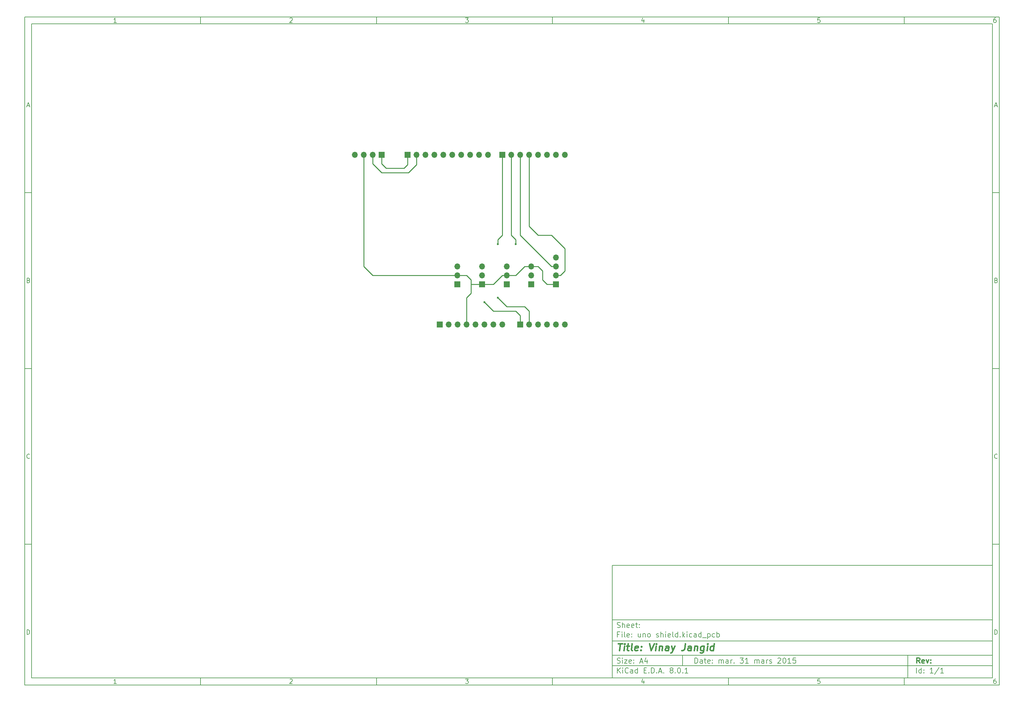
<source format=gbr>
%TF.GenerationSoftware,KiCad,Pcbnew,8.0.1*%
%TF.CreationDate,2024-04-16T15:40:23+05:30*%
%TF.ProjectId,uno shield,756e6f20-7368-4696-956c-642e6b696361,rev?*%
%TF.SameCoordinates,PX5f5e100PY5f5e100*%
%TF.FileFunction,Copper,L1,Top*%
%TF.FilePolarity,Positive*%
%FSLAX46Y46*%
G04 Gerber Fmt 4.6, Leading zero omitted, Abs format (unit mm)*
G04 Created by KiCad (PCBNEW 8.0.1) date 2024-04-16 15:40:23*
%MOMM*%
%LPD*%
G01*
G04 APERTURE LIST*
%ADD10C,0.100000*%
%ADD11C,0.150000*%
%ADD12C,0.300000*%
%ADD13C,0.400000*%
%TA.AperFunction,ComponentPad*%
%ADD14R,1.700000X1.700000*%
%TD*%
%TA.AperFunction,ComponentPad*%
%ADD15O,1.700000X1.700000*%
%TD*%
%TA.AperFunction,ViaPad*%
%ADD16C,0.600000*%
%TD*%
%TA.AperFunction,Conductor*%
%ADD17C,0.250000*%
%TD*%
G04 APERTURE END LIST*
D10*
D11*
X77002200Y-66007200D02*
X185002200Y-66007200D01*
X185002200Y-98007200D01*
X77002200Y-98007200D01*
X77002200Y-66007200D01*
D10*
D11*
X-90000000Y90000000D02*
X187002200Y90000000D01*
X187002200Y-100007200D01*
X-90000000Y-100007200D01*
X-90000000Y90000000D01*
D10*
D11*
X-88000000Y88000000D02*
X185002200Y88000000D01*
X185002200Y-98007200D01*
X-88000000Y-98007200D01*
X-88000000Y88000000D01*
D10*
D11*
X-40000000Y88000000D02*
X-40000000Y90000000D01*
D10*
D11*
X10000000Y88000000D02*
X10000000Y90000000D01*
D10*
D11*
X60000000Y88000000D02*
X60000000Y90000000D01*
D10*
D11*
X110000000Y88000000D02*
X110000000Y90000000D01*
D10*
D11*
X160000000Y88000000D02*
X160000000Y90000000D01*
D10*
D11*
X-63910840Y88406396D02*
X-64653697Y88406396D01*
X-64282269Y88406396D02*
X-64282269Y89706396D01*
X-64282269Y89706396D02*
X-64406078Y89520681D01*
X-64406078Y89520681D02*
X-64529888Y89396872D01*
X-64529888Y89396872D02*
X-64653697Y89334967D01*
D10*
D11*
X-14653697Y89582586D02*
X-14591793Y89644491D01*
X-14591793Y89644491D02*
X-14467983Y89706396D01*
X-14467983Y89706396D02*
X-14158459Y89706396D01*
X-14158459Y89706396D02*
X-14034650Y89644491D01*
X-14034650Y89644491D02*
X-13972745Y89582586D01*
X-13972745Y89582586D02*
X-13910840Y89458777D01*
X-13910840Y89458777D02*
X-13910840Y89334967D01*
X-13910840Y89334967D02*
X-13972745Y89149253D01*
X-13972745Y89149253D02*
X-14715602Y88406396D01*
X-14715602Y88406396D02*
X-13910840Y88406396D01*
D10*
D11*
X35284398Y89706396D02*
X36089160Y89706396D01*
X36089160Y89706396D02*
X35655826Y89211158D01*
X35655826Y89211158D02*
X35841541Y89211158D01*
X35841541Y89211158D02*
X35965350Y89149253D01*
X35965350Y89149253D02*
X36027255Y89087348D01*
X36027255Y89087348D02*
X36089160Y88963539D01*
X36089160Y88963539D02*
X36089160Y88654015D01*
X36089160Y88654015D02*
X36027255Y88530205D01*
X36027255Y88530205D02*
X35965350Y88468300D01*
X35965350Y88468300D02*
X35841541Y88406396D01*
X35841541Y88406396D02*
X35470112Y88406396D01*
X35470112Y88406396D02*
X35346303Y88468300D01*
X35346303Y88468300D02*
X35284398Y88530205D01*
D10*
D11*
X85965350Y89273062D02*
X85965350Y88406396D01*
X85655826Y89768300D02*
X85346303Y88839729D01*
X85346303Y88839729D02*
X86151064Y88839729D01*
D10*
D11*
X136027255Y89706396D02*
X135408207Y89706396D01*
X135408207Y89706396D02*
X135346303Y89087348D01*
X135346303Y89087348D02*
X135408207Y89149253D01*
X135408207Y89149253D02*
X135532017Y89211158D01*
X135532017Y89211158D02*
X135841541Y89211158D01*
X135841541Y89211158D02*
X135965350Y89149253D01*
X135965350Y89149253D02*
X136027255Y89087348D01*
X136027255Y89087348D02*
X136089160Y88963539D01*
X136089160Y88963539D02*
X136089160Y88654015D01*
X136089160Y88654015D02*
X136027255Y88530205D01*
X136027255Y88530205D02*
X135965350Y88468300D01*
X135965350Y88468300D02*
X135841541Y88406396D01*
X135841541Y88406396D02*
X135532017Y88406396D01*
X135532017Y88406396D02*
X135408207Y88468300D01*
X135408207Y88468300D02*
X135346303Y88530205D01*
D10*
D11*
X185965350Y89706396D02*
X185717731Y89706396D01*
X185717731Y89706396D02*
X185593922Y89644491D01*
X185593922Y89644491D02*
X185532017Y89582586D01*
X185532017Y89582586D02*
X185408207Y89396872D01*
X185408207Y89396872D02*
X185346303Y89149253D01*
X185346303Y89149253D02*
X185346303Y88654015D01*
X185346303Y88654015D02*
X185408207Y88530205D01*
X185408207Y88530205D02*
X185470112Y88468300D01*
X185470112Y88468300D02*
X185593922Y88406396D01*
X185593922Y88406396D02*
X185841541Y88406396D01*
X185841541Y88406396D02*
X185965350Y88468300D01*
X185965350Y88468300D02*
X186027255Y88530205D01*
X186027255Y88530205D02*
X186089160Y88654015D01*
X186089160Y88654015D02*
X186089160Y88963539D01*
X186089160Y88963539D02*
X186027255Y89087348D01*
X186027255Y89087348D02*
X185965350Y89149253D01*
X185965350Y89149253D02*
X185841541Y89211158D01*
X185841541Y89211158D02*
X185593922Y89211158D01*
X185593922Y89211158D02*
X185470112Y89149253D01*
X185470112Y89149253D02*
X185408207Y89087348D01*
X185408207Y89087348D02*
X185346303Y88963539D01*
D10*
D11*
X-40000000Y-98007200D02*
X-40000000Y-100007200D01*
D10*
D11*
X10000000Y-98007200D02*
X10000000Y-100007200D01*
D10*
D11*
X60000000Y-98007200D02*
X60000000Y-100007200D01*
D10*
D11*
X110000000Y-98007200D02*
X110000000Y-100007200D01*
D10*
D11*
X160000000Y-98007200D02*
X160000000Y-100007200D01*
D10*
D11*
X-63910840Y-99600804D02*
X-64653697Y-99600804D01*
X-64282269Y-99600804D02*
X-64282269Y-98300804D01*
X-64282269Y-98300804D02*
X-64406078Y-98486519D01*
X-64406078Y-98486519D02*
X-64529888Y-98610328D01*
X-64529888Y-98610328D02*
X-64653697Y-98672233D01*
D10*
D11*
X-14653697Y-98424614D02*
X-14591793Y-98362709D01*
X-14591793Y-98362709D02*
X-14467983Y-98300804D01*
X-14467983Y-98300804D02*
X-14158459Y-98300804D01*
X-14158459Y-98300804D02*
X-14034650Y-98362709D01*
X-14034650Y-98362709D02*
X-13972745Y-98424614D01*
X-13972745Y-98424614D02*
X-13910840Y-98548423D01*
X-13910840Y-98548423D02*
X-13910840Y-98672233D01*
X-13910840Y-98672233D02*
X-13972745Y-98857947D01*
X-13972745Y-98857947D02*
X-14715602Y-99600804D01*
X-14715602Y-99600804D02*
X-13910840Y-99600804D01*
D10*
D11*
X35284398Y-98300804D02*
X36089160Y-98300804D01*
X36089160Y-98300804D02*
X35655826Y-98796042D01*
X35655826Y-98796042D02*
X35841541Y-98796042D01*
X35841541Y-98796042D02*
X35965350Y-98857947D01*
X35965350Y-98857947D02*
X36027255Y-98919852D01*
X36027255Y-98919852D02*
X36089160Y-99043661D01*
X36089160Y-99043661D02*
X36089160Y-99353185D01*
X36089160Y-99353185D02*
X36027255Y-99476995D01*
X36027255Y-99476995D02*
X35965350Y-99538900D01*
X35965350Y-99538900D02*
X35841541Y-99600804D01*
X35841541Y-99600804D02*
X35470112Y-99600804D01*
X35470112Y-99600804D02*
X35346303Y-99538900D01*
X35346303Y-99538900D02*
X35284398Y-99476995D01*
D10*
D11*
X85965350Y-98734138D02*
X85965350Y-99600804D01*
X85655826Y-98238900D02*
X85346303Y-99167471D01*
X85346303Y-99167471D02*
X86151064Y-99167471D01*
D10*
D11*
X136027255Y-98300804D02*
X135408207Y-98300804D01*
X135408207Y-98300804D02*
X135346303Y-98919852D01*
X135346303Y-98919852D02*
X135408207Y-98857947D01*
X135408207Y-98857947D02*
X135532017Y-98796042D01*
X135532017Y-98796042D02*
X135841541Y-98796042D01*
X135841541Y-98796042D02*
X135965350Y-98857947D01*
X135965350Y-98857947D02*
X136027255Y-98919852D01*
X136027255Y-98919852D02*
X136089160Y-99043661D01*
X136089160Y-99043661D02*
X136089160Y-99353185D01*
X136089160Y-99353185D02*
X136027255Y-99476995D01*
X136027255Y-99476995D02*
X135965350Y-99538900D01*
X135965350Y-99538900D02*
X135841541Y-99600804D01*
X135841541Y-99600804D02*
X135532017Y-99600804D01*
X135532017Y-99600804D02*
X135408207Y-99538900D01*
X135408207Y-99538900D02*
X135346303Y-99476995D01*
D10*
D11*
X185965350Y-98300804D02*
X185717731Y-98300804D01*
X185717731Y-98300804D02*
X185593922Y-98362709D01*
X185593922Y-98362709D02*
X185532017Y-98424614D01*
X185532017Y-98424614D02*
X185408207Y-98610328D01*
X185408207Y-98610328D02*
X185346303Y-98857947D01*
X185346303Y-98857947D02*
X185346303Y-99353185D01*
X185346303Y-99353185D02*
X185408207Y-99476995D01*
X185408207Y-99476995D02*
X185470112Y-99538900D01*
X185470112Y-99538900D02*
X185593922Y-99600804D01*
X185593922Y-99600804D02*
X185841541Y-99600804D01*
X185841541Y-99600804D02*
X185965350Y-99538900D01*
X185965350Y-99538900D02*
X186027255Y-99476995D01*
X186027255Y-99476995D02*
X186089160Y-99353185D01*
X186089160Y-99353185D02*
X186089160Y-99043661D01*
X186089160Y-99043661D02*
X186027255Y-98919852D01*
X186027255Y-98919852D02*
X185965350Y-98857947D01*
X185965350Y-98857947D02*
X185841541Y-98796042D01*
X185841541Y-98796042D02*
X185593922Y-98796042D01*
X185593922Y-98796042D02*
X185470112Y-98857947D01*
X185470112Y-98857947D02*
X185408207Y-98919852D01*
X185408207Y-98919852D02*
X185346303Y-99043661D01*
D10*
D11*
X-90000000Y40000000D02*
X-88000000Y40000000D01*
D10*
D11*
X-90000000Y-10000000D02*
X-88000000Y-10000000D01*
D10*
D11*
X-90000000Y-60000000D02*
X-88000000Y-60000000D01*
D10*
D11*
X-89309524Y64777824D02*
X-88690477Y64777824D01*
X-89433334Y64406396D02*
X-89000001Y65706396D01*
X-89000001Y65706396D02*
X-88566667Y64406396D01*
D10*
D11*
X-88907143Y15087348D02*
X-88721429Y15025443D01*
X-88721429Y15025443D02*
X-88659524Y14963539D01*
X-88659524Y14963539D02*
X-88597620Y14839729D01*
X-88597620Y14839729D02*
X-88597620Y14654015D01*
X-88597620Y14654015D02*
X-88659524Y14530205D01*
X-88659524Y14530205D02*
X-88721429Y14468300D01*
X-88721429Y14468300D02*
X-88845239Y14406396D01*
X-88845239Y14406396D02*
X-89340477Y14406396D01*
X-89340477Y14406396D02*
X-89340477Y15706396D01*
X-89340477Y15706396D02*
X-88907143Y15706396D01*
X-88907143Y15706396D02*
X-88783334Y15644491D01*
X-88783334Y15644491D02*
X-88721429Y15582586D01*
X-88721429Y15582586D02*
X-88659524Y15458777D01*
X-88659524Y15458777D02*
X-88659524Y15334967D01*
X-88659524Y15334967D02*
X-88721429Y15211158D01*
X-88721429Y15211158D02*
X-88783334Y15149253D01*
X-88783334Y15149253D02*
X-88907143Y15087348D01*
X-88907143Y15087348D02*
X-89340477Y15087348D01*
D10*
D11*
X-88597620Y-35469795D02*
X-88659524Y-35531700D01*
X-88659524Y-35531700D02*
X-88845239Y-35593604D01*
X-88845239Y-35593604D02*
X-88969048Y-35593604D01*
X-88969048Y-35593604D02*
X-89154762Y-35531700D01*
X-89154762Y-35531700D02*
X-89278572Y-35407890D01*
X-89278572Y-35407890D02*
X-89340477Y-35284080D01*
X-89340477Y-35284080D02*
X-89402381Y-35036461D01*
X-89402381Y-35036461D02*
X-89402381Y-34850747D01*
X-89402381Y-34850747D02*
X-89340477Y-34603128D01*
X-89340477Y-34603128D02*
X-89278572Y-34479319D01*
X-89278572Y-34479319D02*
X-89154762Y-34355509D01*
X-89154762Y-34355509D02*
X-88969048Y-34293604D01*
X-88969048Y-34293604D02*
X-88845239Y-34293604D01*
X-88845239Y-34293604D02*
X-88659524Y-34355509D01*
X-88659524Y-34355509D02*
X-88597620Y-34417414D01*
D10*
D11*
X-89340477Y-85593604D02*
X-89340477Y-84293604D01*
X-89340477Y-84293604D02*
X-89030953Y-84293604D01*
X-89030953Y-84293604D02*
X-88845239Y-84355509D01*
X-88845239Y-84355509D02*
X-88721429Y-84479319D01*
X-88721429Y-84479319D02*
X-88659524Y-84603128D01*
X-88659524Y-84603128D02*
X-88597620Y-84850747D01*
X-88597620Y-84850747D02*
X-88597620Y-85036461D01*
X-88597620Y-85036461D02*
X-88659524Y-85284080D01*
X-88659524Y-85284080D02*
X-88721429Y-85407890D01*
X-88721429Y-85407890D02*
X-88845239Y-85531700D01*
X-88845239Y-85531700D02*
X-89030953Y-85593604D01*
X-89030953Y-85593604D02*
X-89340477Y-85593604D01*
D10*
D11*
X187002200Y40000000D02*
X185002200Y40000000D01*
D10*
D11*
X187002200Y-10000000D02*
X185002200Y-10000000D01*
D10*
D11*
X187002200Y-60000000D02*
X185002200Y-60000000D01*
D10*
D11*
X185692676Y64777824D02*
X186311723Y64777824D01*
X185568866Y64406396D02*
X186002199Y65706396D01*
X186002199Y65706396D02*
X186435533Y64406396D01*
D10*
D11*
X186095057Y15087348D02*
X186280771Y15025443D01*
X186280771Y15025443D02*
X186342676Y14963539D01*
X186342676Y14963539D02*
X186404580Y14839729D01*
X186404580Y14839729D02*
X186404580Y14654015D01*
X186404580Y14654015D02*
X186342676Y14530205D01*
X186342676Y14530205D02*
X186280771Y14468300D01*
X186280771Y14468300D02*
X186156961Y14406396D01*
X186156961Y14406396D02*
X185661723Y14406396D01*
X185661723Y14406396D02*
X185661723Y15706396D01*
X185661723Y15706396D02*
X186095057Y15706396D01*
X186095057Y15706396D02*
X186218866Y15644491D01*
X186218866Y15644491D02*
X186280771Y15582586D01*
X186280771Y15582586D02*
X186342676Y15458777D01*
X186342676Y15458777D02*
X186342676Y15334967D01*
X186342676Y15334967D02*
X186280771Y15211158D01*
X186280771Y15211158D02*
X186218866Y15149253D01*
X186218866Y15149253D02*
X186095057Y15087348D01*
X186095057Y15087348D02*
X185661723Y15087348D01*
D10*
D11*
X186404580Y-35469795D02*
X186342676Y-35531700D01*
X186342676Y-35531700D02*
X186156961Y-35593604D01*
X186156961Y-35593604D02*
X186033152Y-35593604D01*
X186033152Y-35593604D02*
X185847438Y-35531700D01*
X185847438Y-35531700D02*
X185723628Y-35407890D01*
X185723628Y-35407890D02*
X185661723Y-35284080D01*
X185661723Y-35284080D02*
X185599819Y-35036461D01*
X185599819Y-35036461D02*
X185599819Y-34850747D01*
X185599819Y-34850747D02*
X185661723Y-34603128D01*
X185661723Y-34603128D02*
X185723628Y-34479319D01*
X185723628Y-34479319D02*
X185847438Y-34355509D01*
X185847438Y-34355509D02*
X186033152Y-34293604D01*
X186033152Y-34293604D02*
X186156961Y-34293604D01*
X186156961Y-34293604D02*
X186342676Y-34355509D01*
X186342676Y-34355509D02*
X186404580Y-34417414D01*
D10*
D11*
X185661723Y-85593604D02*
X185661723Y-84293604D01*
X185661723Y-84293604D02*
X185971247Y-84293604D01*
X185971247Y-84293604D02*
X186156961Y-84355509D01*
X186156961Y-84355509D02*
X186280771Y-84479319D01*
X186280771Y-84479319D02*
X186342676Y-84603128D01*
X186342676Y-84603128D02*
X186404580Y-84850747D01*
X186404580Y-84850747D02*
X186404580Y-85036461D01*
X186404580Y-85036461D02*
X186342676Y-85284080D01*
X186342676Y-85284080D02*
X186280771Y-85407890D01*
X186280771Y-85407890D02*
X186156961Y-85531700D01*
X186156961Y-85531700D02*
X185971247Y-85593604D01*
X185971247Y-85593604D02*
X185661723Y-85593604D01*
D10*
D11*
X100458026Y-93793328D02*
X100458026Y-92293328D01*
X100458026Y-92293328D02*
X100815169Y-92293328D01*
X100815169Y-92293328D02*
X101029455Y-92364757D01*
X101029455Y-92364757D02*
X101172312Y-92507614D01*
X101172312Y-92507614D02*
X101243741Y-92650471D01*
X101243741Y-92650471D02*
X101315169Y-92936185D01*
X101315169Y-92936185D02*
X101315169Y-93150471D01*
X101315169Y-93150471D02*
X101243741Y-93436185D01*
X101243741Y-93436185D02*
X101172312Y-93579042D01*
X101172312Y-93579042D02*
X101029455Y-93721900D01*
X101029455Y-93721900D02*
X100815169Y-93793328D01*
X100815169Y-93793328D02*
X100458026Y-93793328D01*
X102600884Y-93793328D02*
X102600884Y-93007614D01*
X102600884Y-93007614D02*
X102529455Y-92864757D01*
X102529455Y-92864757D02*
X102386598Y-92793328D01*
X102386598Y-92793328D02*
X102100884Y-92793328D01*
X102100884Y-92793328D02*
X101958026Y-92864757D01*
X102600884Y-93721900D02*
X102458026Y-93793328D01*
X102458026Y-93793328D02*
X102100884Y-93793328D01*
X102100884Y-93793328D02*
X101958026Y-93721900D01*
X101958026Y-93721900D02*
X101886598Y-93579042D01*
X101886598Y-93579042D02*
X101886598Y-93436185D01*
X101886598Y-93436185D02*
X101958026Y-93293328D01*
X101958026Y-93293328D02*
X102100884Y-93221900D01*
X102100884Y-93221900D02*
X102458026Y-93221900D01*
X102458026Y-93221900D02*
X102600884Y-93150471D01*
X103100884Y-92793328D02*
X103672312Y-92793328D01*
X103315169Y-92293328D02*
X103315169Y-93579042D01*
X103315169Y-93579042D02*
X103386598Y-93721900D01*
X103386598Y-93721900D02*
X103529455Y-93793328D01*
X103529455Y-93793328D02*
X103672312Y-93793328D01*
X104743741Y-93721900D02*
X104600884Y-93793328D01*
X104600884Y-93793328D02*
X104315170Y-93793328D01*
X104315170Y-93793328D02*
X104172312Y-93721900D01*
X104172312Y-93721900D02*
X104100884Y-93579042D01*
X104100884Y-93579042D02*
X104100884Y-93007614D01*
X104100884Y-93007614D02*
X104172312Y-92864757D01*
X104172312Y-92864757D02*
X104315170Y-92793328D01*
X104315170Y-92793328D02*
X104600884Y-92793328D01*
X104600884Y-92793328D02*
X104743741Y-92864757D01*
X104743741Y-92864757D02*
X104815170Y-93007614D01*
X104815170Y-93007614D02*
X104815170Y-93150471D01*
X104815170Y-93150471D02*
X104100884Y-93293328D01*
X105458026Y-93650471D02*
X105529455Y-93721900D01*
X105529455Y-93721900D02*
X105458026Y-93793328D01*
X105458026Y-93793328D02*
X105386598Y-93721900D01*
X105386598Y-93721900D02*
X105458026Y-93650471D01*
X105458026Y-93650471D02*
X105458026Y-93793328D01*
X105458026Y-92864757D02*
X105529455Y-92936185D01*
X105529455Y-92936185D02*
X105458026Y-93007614D01*
X105458026Y-93007614D02*
X105386598Y-92936185D01*
X105386598Y-92936185D02*
X105458026Y-92864757D01*
X105458026Y-92864757D02*
X105458026Y-93007614D01*
X107315169Y-93793328D02*
X107315169Y-92793328D01*
X107315169Y-92936185D02*
X107386598Y-92864757D01*
X107386598Y-92864757D02*
X107529455Y-92793328D01*
X107529455Y-92793328D02*
X107743741Y-92793328D01*
X107743741Y-92793328D02*
X107886598Y-92864757D01*
X107886598Y-92864757D02*
X107958027Y-93007614D01*
X107958027Y-93007614D02*
X107958027Y-93793328D01*
X107958027Y-93007614D02*
X108029455Y-92864757D01*
X108029455Y-92864757D02*
X108172312Y-92793328D01*
X108172312Y-92793328D02*
X108386598Y-92793328D01*
X108386598Y-92793328D02*
X108529455Y-92864757D01*
X108529455Y-92864757D02*
X108600884Y-93007614D01*
X108600884Y-93007614D02*
X108600884Y-93793328D01*
X109958027Y-93793328D02*
X109958027Y-93007614D01*
X109958027Y-93007614D02*
X109886598Y-92864757D01*
X109886598Y-92864757D02*
X109743741Y-92793328D01*
X109743741Y-92793328D02*
X109458027Y-92793328D01*
X109458027Y-92793328D02*
X109315169Y-92864757D01*
X109958027Y-93721900D02*
X109815169Y-93793328D01*
X109815169Y-93793328D02*
X109458027Y-93793328D01*
X109458027Y-93793328D02*
X109315169Y-93721900D01*
X109315169Y-93721900D02*
X109243741Y-93579042D01*
X109243741Y-93579042D02*
X109243741Y-93436185D01*
X109243741Y-93436185D02*
X109315169Y-93293328D01*
X109315169Y-93293328D02*
X109458027Y-93221900D01*
X109458027Y-93221900D02*
X109815169Y-93221900D01*
X109815169Y-93221900D02*
X109958027Y-93150471D01*
X110672312Y-93793328D02*
X110672312Y-92793328D01*
X110672312Y-93079042D02*
X110743741Y-92936185D01*
X110743741Y-92936185D02*
X110815170Y-92864757D01*
X110815170Y-92864757D02*
X110958027Y-92793328D01*
X110958027Y-92793328D02*
X111100884Y-92793328D01*
X111600883Y-93650471D02*
X111672312Y-93721900D01*
X111672312Y-93721900D02*
X111600883Y-93793328D01*
X111600883Y-93793328D02*
X111529455Y-93721900D01*
X111529455Y-93721900D02*
X111600883Y-93650471D01*
X111600883Y-93650471D02*
X111600883Y-93793328D01*
X113315169Y-92293328D02*
X114243741Y-92293328D01*
X114243741Y-92293328D02*
X113743741Y-92864757D01*
X113743741Y-92864757D02*
X113958026Y-92864757D01*
X113958026Y-92864757D02*
X114100884Y-92936185D01*
X114100884Y-92936185D02*
X114172312Y-93007614D01*
X114172312Y-93007614D02*
X114243741Y-93150471D01*
X114243741Y-93150471D02*
X114243741Y-93507614D01*
X114243741Y-93507614D02*
X114172312Y-93650471D01*
X114172312Y-93650471D02*
X114100884Y-93721900D01*
X114100884Y-93721900D02*
X113958026Y-93793328D01*
X113958026Y-93793328D02*
X113529455Y-93793328D01*
X113529455Y-93793328D02*
X113386598Y-93721900D01*
X113386598Y-93721900D02*
X113315169Y-93650471D01*
X115672312Y-93793328D02*
X114815169Y-93793328D01*
X115243740Y-93793328D02*
X115243740Y-92293328D01*
X115243740Y-92293328D02*
X115100883Y-92507614D01*
X115100883Y-92507614D02*
X114958026Y-92650471D01*
X114958026Y-92650471D02*
X114815169Y-92721900D01*
X117458025Y-93793328D02*
X117458025Y-92793328D01*
X117458025Y-92936185D02*
X117529454Y-92864757D01*
X117529454Y-92864757D02*
X117672311Y-92793328D01*
X117672311Y-92793328D02*
X117886597Y-92793328D01*
X117886597Y-92793328D02*
X118029454Y-92864757D01*
X118029454Y-92864757D02*
X118100883Y-93007614D01*
X118100883Y-93007614D02*
X118100883Y-93793328D01*
X118100883Y-93007614D02*
X118172311Y-92864757D01*
X118172311Y-92864757D02*
X118315168Y-92793328D01*
X118315168Y-92793328D02*
X118529454Y-92793328D01*
X118529454Y-92793328D02*
X118672311Y-92864757D01*
X118672311Y-92864757D02*
X118743740Y-93007614D01*
X118743740Y-93007614D02*
X118743740Y-93793328D01*
X120100883Y-93793328D02*
X120100883Y-93007614D01*
X120100883Y-93007614D02*
X120029454Y-92864757D01*
X120029454Y-92864757D02*
X119886597Y-92793328D01*
X119886597Y-92793328D02*
X119600883Y-92793328D01*
X119600883Y-92793328D02*
X119458025Y-92864757D01*
X120100883Y-93721900D02*
X119958025Y-93793328D01*
X119958025Y-93793328D02*
X119600883Y-93793328D01*
X119600883Y-93793328D02*
X119458025Y-93721900D01*
X119458025Y-93721900D02*
X119386597Y-93579042D01*
X119386597Y-93579042D02*
X119386597Y-93436185D01*
X119386597Y-93436185D02*
X119458025Y-93293328D01*
X119458025Y-93293328D02*
X119600883Y-93221900D01*
X119600883Y-93221900D02*
X119958025Y-93221900D01*
X119958025Y-93221900D02*
X120100883Y-93150471D01*
X120815168Y-93793328D02*
X120815168Y-92793328D01*
X120815168Y-93079042D02*
X120886597Y-92936185D01*
X120886597Y-92936185D02*
X120958026Y-92864757D01*
X120958026Y-92864757D02*
X121100883Y-92793328D01*
X121100883Y-92793328D02*
X121243740Y-92793328D01*
X121672311Y-93721900D02*
X121815168Y-93793328D01*
X121815168Y-93793328D02*
X122100882Y-93793328D01*
X122100882Y-93793328D02*
X122243739Y-93721900D01*
X122243739Y-93721900D02*
X122315168Y-93579042D01*
X122315168Y-93579042D02*
X122315168Y-93507614D01*
X122315168Y-93507614D02*
X122243739Y-93364757D01*
X122243739Y-93364757D02*
X122100882Y-93293328D01*
X122100882Y-93293328D02*
X121886597Y-93293328D01*
X121886597Y-93293328D02*
X121743739Y-93221900D01*
X121743739Y-93221900D02*
X121672311Y-93079042D01*
X121672311Y-93079042D02*
X121672311Y-93007614D01*
X121672311Y-93007614D02*
X121743739Y-92864757D01*
X121743739Y-92864757D02*
X121886597Y-92793328D01*
X121886597Y-92793328D02*
X122100882Y-92793328D01*
X122100882Y-92793328D02*
X122243739Y-92864757D01*
X124029454Y-92436185D02*
X124100882Y-92364757D01*
X124100882Y-92364757D02*
X124243740Y-92293328D01*
X124243740Y-92293328D02*
X124600882Y-92293328D01*
X124600882Y-92293328D02*
X124743740Y-92364757D01*
X124743740Y-92364757D02*
X124815168Y-92436185D01*
X124815168Y-92436185D02*
X124886597Y-92579042D01*
X124886597Y-92579042D02*
X124886597Y-92721900D01*
X124886597Y-92721900D02*
X124815168Y-92936185D01*
X124815168Y-92936185D02*
X123958025Y-93793328D01*
X123958025Y-93793328D02*
X124886597Y-93793328D01*
X125815168Y-92293328D02*
X125958025Y-92293328D01*
X125958025Y-92293328D02*
X126100882Y-92364757D01*
X126100882Y-92364757D02*
X126172311Y-92436185D01*
X126172311Y-92436185D02*
X126243739Y-92579042D01*
X126243739Y-92579042D02*
X126315168Y-92864757D01*
X126315168Y-92864757D02*
X126315168Y-93221900D01*
X126315168Y-93221900D02*
X126243739Y-93507614D01*
X126243739Y-93507614D02*
X126172311Y-93650471D01*
X126172311Y-93650471D02*
X126100882Y-93721900D01*
X126100882Y-93721900D02*
X125958025Y-93793328D01*
X125958025Y-93793328D02*
X125815168Y-93793328D01*
X125815168Y-93793328D02*
X125672311Y-93721900D01*
X125672311Y-93721900D02*
X125600882Y-93650471D01*
X125600882Y-93650471D02*
X125529453Y-93507614D01*
X125529453Y-93507614D02*
X125458025Y-93221900D01*
X125458025Y-93221900D02*
X125458025Y-92864757D01*
X125458025Y-92864757D02*
X125529453Y-92579042D01*
X125529453Y-92579042D02*
X125600882Y-92436185D01*
X125600882Y-92436185D02*
X125672311Y-92364757D01*
X125672311Y-92364757D02*
X125815168Y-92293328D01*
X127743739Y-93793328D02*
X126886596Y-93793328D01*
X127315167Y-93793328D02*
X127315167Y-92293328D01*
X127315167Y-92293328D02*
X127172310Y-92507614D01*
X127172310Y-92507614D02*
X127029453Y-92650471D01*
X127029453Y-92650471D02*
X126886596Y-92721900D01*
X129100881Y-92293328D02*
X128386595Y-92293328D01*
X128386595Y-92293328D02*
X128315167Y-93007614D01*
X128315167Y-93007614D02*
X128386595Y-92936185D01*
X128386595Y-92936185D02*
X128529453Y-92864757D01*
X128529453Y-92864757D02*
X128886595Y-92864757D01*
X128886595Y-92864757D02*
X129029453Y-92936185D01*
X129029453Y-92936185D02*
X129100881Y-93007614D01*
X129100881Y-93007614D02*
X129172310Y-93150471D01*
X129172310Y-93150471D02*
X129172310Y-93507614D01*
X129172310Y-93507614D02*
X129100881Y-93650471D01*
X129100881Y-93650471D02*
X129029453Y-93721900D01*
X129029453Y-93721900D02*
X128886595Y-93793328D01*
X128886595Y-93793328D02*
X128529453Y-93793328D01*
X128529453Y-93793328D02*
X128386595Y-93721900D01*
X128386595Y-93721900D02*
X128315167Y-93650471D01*
D10*
D11*
X77002200Y-94507200D02*
X185002200Y-94507200D01*
D10*
D11*
X78458026Y-96593328D02*
X78458026Y-95093328D01*
X79315169Y-96593328D02*
X78672312Y-95736185D01*
X79315169Y-95093328D02*
X78458026Y-95950471D01*
X79958026Y-96593328D02*
X79958026Y-95593328D01*
X79958026Y-95093328D02*
X79886598Y-95164757D01*
X79886598Y-95164757D02*
X79958026Y-95236185D01*
X79958026Y-95236185D02*
X80029455Y-95164757D01*
X80029455Y-95164757D02*
X79958026Y-95093328D01*
X79958026Y-95093328D02*
X79958026Y-95236185D01*
X81529455Y-96450471D02*
X81458027Y-96521900D01*
X81458027Y-96521900D02*
X81243741Y-96593328D01*
X81243741Y-96593328D02*
X81100884Y-96593328D01*
X81100884Y-96593328D02*
X80886598Y-96521900D01*
X80886598Y-96521900D02*
X80743741Y-96379042D01*
X80743741Y-96379042D02*
X80672312Y-96236185D01*
X80672312Y-96236185D02*
X80600884Y-95950471D01*
X80600884Y-95950471D02*
X80600884Y-95736185D01*
X80600884Y-95736185D02*
X80672312Y-95450471D01*
X80672312Y-95450471D02*
X80743741Y-95307614D01*
X80743741Y-95307614D02*
X80886598Y-95164757D01*
X80886598Y-95164757D02*
X81100884Y-95093328D01*
X81100884Y-95093328D02*
X81243741Y-95093328D01*
X81243741Y-95093328D02*
X81458027Y-95164757D01*
X81458027Y-95164757D02*
X81529455Y-95236185D01*
X82815170Y-96593328D02*
X82815170Y-95807614D01*
X82815170Y-95807614D02*
X82743741Y-95664757D01*
X82743741Y-95664757D02*
X82600884Y-95593328D01*
X82600884Y-95593328D02*
X82315170Y-95593328D01*
X82315170Y-95593328D02*
X82172312Y-95664757D01*
X82815170Y-96521900D02*
X82672312Y-96593328D01*
X82672312Y-96593328D02*
X82315170Y-96593328D01*
X82315170Y-96593328D02*
X82172312Y-96521900D01*
X82172312Y-96521900D02*
X82100884Y-96379042D01*
X82100884Y-96379042D02*
X82100884Y-96236185D01*
X82100884Y-96236185D02*
X82172312Y-96093328D01*
X82172312Y-96093328D02*
X82315170Y-96021900D01*
X82315170Y-96021900D02*
X82672312Y-96021900D01*
X82672312Y-96021900D02*
X82815170Y-95950471D01*
X84172313Y-96593328D02*
X84172313Y-95093328D01*
X84172313Y-96521900D02*
X84029455Y-96593328D01*
X84029455Y-96593328D02*
X83743741Y-96593328D01*
X83743741Y-96593328D02*
X83600884Y-96521900D01*
X83600884Y-96521900D02*
X83529455Y-96450471D01*
X83529455Y-96450471D02*
X83458027Y-96307614D01*
X83458027Y-96307614D02*
X83458027Y-95879042D01*
X83458027Y-95879042D02*
X83529455Y-95736185D01*
X83529455Y-95736185D02*
X83600884Y-95664757D01*
X83600884Y-95664757D02*
X83743741Y-95593328D01*
X83743741Y-95593328D02*
X84029455Y-95593328D01*
X84029455Y-95593328D02*
X84172313Y-95664757D01*
X86029455Y-95807614D02*
X86529455Y-95807614D01*
X86743741Y-96593328D02*
X86029455Y-96593328D01*
X86029455Y-96593328D02*
X86029455Y-95093328D01*
X86029455Y-95093328D02*
X86743741Y-95093328D01*
X87386598Y-96450471D02*
X87458027Y-96521900D01*
X87458027Y-96521900D02*
X87386598Y-96593328D01*
X87386598Y-96593328D02*
X87315170Y-96521900D01*
X87315170Y-96521900D02*
X87386598Y-96450471D01*
X87386598Y-96450471D02*
X87386598Y-96593328D01*
X88100884Y-96593328D02*
X88100884Y-95093328D01*
X88100884Y-95093328D02*
X88458027Y-95093328D01*
X88458027Y-95093328D02*
X88672313Y-95164757D01*
X88672313Y-95164757D02*
X88815170Y-95307614D01*
X88815170Y-95307614D02*
X88886599Y-95450471D01*
X88886599Y-95450471D02*
X88958027Y-95736185D01*
X88958027Y-95736185D02*
X88958027Y-95950471D01*
X88958027Y-95950471D02*
X88886599Y-96236185D01*
X88886599Y-96236185D02*
X88815170Y-96379042D01*
X88815170Y-96379042D02*
X88672313Y-96521900D01*
X88672313Y-96521900D02*
X88458027Y-96593328D01*
X88458027Y-96593328D02*
X88100884Y-96593328D01*
X89600884Y-96450471D02*
X89672313Y-96521900D01*
X89672313Y-96521900D02*
X89600884Y-96593328D01*
X89600884Y-96593328D02*
X89529456Y-96521900D01*
X89529456Y-96521900D02*
X89600884Y-96450471D01*
X89600884Y-96450471D02*
X89600884Y-96593328D01*
X90243742Y-96164757D02*
X90958028Y-96164757D01*
X90100885Y-96593328D02*
X90600885Y-95093328D01*
X90600885Y-95093328D02*
X91100885Y-96593328D01*
X91600884Y-96450471D02*
X91672313Y-96521900D01*
X91672313Y-96521900D02*
X91600884Y-96593328D01*
X91600884Y-96593328D02*
X91529456Y-96521900D01*
X91529456Y-96521900D02*
X91600884Y-96450471D01*
X91600884Y-96450471D02*
X91600884Y-96593328D01*
X93672313Y-95736185D02*
X93529456Y-95664757D01*
X93529456Y-95664757D02*
X93458027Y-95593328D01*
X93458027Y-95593328D02*
X93386599Y-95450471D01*
X93386599Y-95450471D02*
X93386599Y-95379042D01*
X93386599Y-95379042D02*
X93458027Y-95236185D01*
X93458027Y-95236185D02*
X93529456Y-95164757D01*
X93529456Y-95164757D02*
X93672313Y-95093328D01*
X93672313Y-95093328D02*
X93958027Y-95093328D01*
X93958027Y-95093328D02*
X94100885Y-95164757D01*
X94100885Y-95164757D02*
X94172313Y-95236185D01*
X94172313Y-95236185D02*
X94243742Y-95379042D01*
X94243742Y-95379042D02*
X94243742Y-95450471D01*
X94243742Y-95450471D02*
X94172313Y-95593328D01*
X94172313Y-95593328D02*
X94100885Y-95664757D01*
X94100885Y-95664757D02*
X93958027Y-95736185D01*
X93958027Y-95736185D02*
X93672313Y-95736185D01*
X93672313Y-95736185D02*
X93529456Y-95807614D01*
X93529456Y-95807614D02*
X93458027Y-95879042D01*
X93458027Y-95879042D02*
X93386599Y-96021900D01*
X93386599Y-96021900D02*
X93386599Y-96307614D01*
X93386599Y-96307614D02*
X93458027Y-96450471D01*
X93458027Y-96450471D02*
X93529456Y-96521900D01*
X93529456Y-96521900D02*
X93672313Y-96593328D01*
X93672313Y-96593328D02*
X93958027Y-96593328D01*
X93958027Y-96593328D02*
X94100885Y-96521900D01*
X94100885Y-96521900D02*
X94172313Y-96450471D01*
X94172313Y-96450471D02*
X94243742Y-96307614D01*
X94243742Y-96307614D02*
X94243742Y-96021900D01*
X94243742Y-96021900D02*
X94172313Y-95879042D01*
X94172313Y-95879042D02*
X94100885Y-95807614D01*
X94100885Y-95807614D02*
X93958027Y-95736185D01*
X94886598Y-96450471D02*
X94958027Y-96521900D01*
X94958027Y-96521900D02*
X94886598Y-96593328D01*
X94886598Y-96593328D02*
X94815170Y-96521900D01*
X94815170Y-96521900D02*
X94886598Y-96450471D01*
X94886598Y-96450471D02*
X94886598Y-96593328D01*
X95886599Y-95093328D02*
X96029456Y-95093328D01*
X96029456Y-95093328D02*
X96172313Y-95164757D01*
X96172313Y-95164757D02*
X96243742Y-95236185D01*
X96243742Y-95236185D02*
X96315170Y-95379042D01*
X96315170Y-95379042D02*
X96386599Y-95664757D01*
X96386599Y-95664757D02*
X96386599Y-96021900D01*
X96386599Y-96021900D02*
X96315170Y-96307614D01*
X96315170Y-96307614D02*
X96243742Y-96450471D01*
X96243742Y-96450471D02*
X96172313Y-96521900D01*
X96172313Y-96521900D02*
X96029456Y-96593328D01*
X96029456Y-96593328D02*
X95886599Y-96593328D01*
X95886599Y-96593328D02*
X95743742Y-96521900D01*
X95743742Y-96521900D02*
X95672313Y-96450471D01*
X95672313Y-96450471D02*
X95600884Y-96307614D01*
X95600884Y-96307614D02*
X95529456Y-96021900D01*
X95529456Y-96021900D02*
X95529456Y-95664757D01*
X95529456Y-95664757D02*
X95600884Y-95379042D01*
X95600884Y-95379042D02*
X95672313Y-95236185D01*
X95672313Y-95236185D02*
X95743742Y-95164757D01*
X95743742Y-95164757D02*
X95886599Y-95093328D01*
X97029455Y-96450471D02*
X97100884Y-96521900D01*
X97100884Y-96521900D02*
X97029455Y-96593328D01*
X97029455Y-96593328D02*
X96958027Y-96521900D01*
X96958027Y-96521900D02*
X97029455Y-96450471D01*
X97029455Y-96450471D02*
X97029455Y-96593328D01*
X98529456Y-96593328D02*
X97672313Y-96593328D01*
X98100884Y-96593328D02*
X98100884Y-95093328D01*
X98100884Y-95093328D02*
X97958027Y-95307614D01*
X97958027Y-95307614D02*
X97815170Y-95450471D01*
X97815170Y-95450471D02*
X97672313Y-95521900D01*
D10*
D11*
X77002200Y-91507200D02*
X185002200Y-91507200D01*
D10*
D12*
X164413853Y-93785528D02*
X163913853Y-93071242D01*
X163556710Y-93785528D02*
X163556710Y-92285528D01*
X163556710Y-92285528D02*
X164128139Y-92285528D01*
X164128139Y-92285528D02*
X164270996Y-92356957D01*
X164270996Y-92356957D02*
X164342425Y-92428385D01*
X164342425Y-92428385D02*
X164413853Y-92571242D01*
X164413853Y-92571242D02*
X164413853Y-92785528D01*
X164413853Y-92785528D02*
X164342425Y-92928385D01*
X164342425Y-92928385D02*
X164270996Y-92999814D01*
X164270996Y-92999814D02*
X164128139Y-93071242D01*
X164128139Y-93071242D02*
X163556710Y-93071242D01*
X165628139Y-93714100D02*
X165485282Y-93785528D01*
X165485282Y-93785528D02*
X165199568Y-93785528D01*
X165199568Y-93785528D02*
X165056710Y-93714100D01*
X165056710Y-93714100D02*
X164985282Y-93571242D01*
X164985282Y-93571242D02*
X164985282Y-92999814D01*
X164985282Y-92999814D02*
X165056710Y-92856957D01*
X165056710Y-92856957D02*
X165199568Y-92785528D01*
X165199568Y-92785528D02*
X165485282Y-92785528D01*
X165485282Y-92785528D02*
X165628139Y-92856957D01*
X165628139Y-92856957D02*
X165699568Y-92999814D01*
X165699568Y-92999814D02*
X165699568Y-93142671D01*
X165699568Y-93142671D02*
X164985282Y-93285528D01*
X166199567Y-92785528D02*
X166556710Y-93785528D01*
X166556710Y-93785528D02*
X166913853Y-92785528D01*
X167485281Y-93642671D02*
X167556710Y-93714100D01*
X167556710Y-93714100D02*
X167485281Y-93785528D01*
X167485281Y-93785528D02*
X167413853Y-93714100D01*
X167413853Y-93714100D02*
X167485281Y-93642671D01*
X167485281Y-93642671D02*
X167485281Y-93785528D01*
X167485281Y-92856957D02*
X167556710Y-92928385D01*
X167556710Y-92928385D02*
X167485281Y-92999814D01*
X167485281Y-92999814D02*
X167413853Y-92928385D01*
X167413853Y-92928385D02*
X167485281Y-92856957D01*
X167485281Y-92856957D02*
X167485281Y-92999814D01*
D10*
D11*
X78386598Y-93721900D02*
X78600884Y-93793328D01*
X78600884Y-93793328D02*
X78958026Y-93793328D01*
X78958026Y-93793328D02*
X79100884Y-93721900D01*
X79100884Y-93721900D02*
X79172312Y-93650471D01*
X79172312Y-93650471D02*
X79243741Y-93507614D01*
X79243741Y-93507614D02*
X79243741Y-93364757D01*
X79243741Y-93364757D02*
X79172312Y-93221900D01*
X79172312Y-93221900D02*
X79100884Y-93150471D01*
X79100884Y-93150471D02*
X78958026Y-93079042D01*
X78958026Y-93079042D02*
X78672312Y-93007614D01*
X78672312Y-93007614D02*
X78529455Y-92936185D01*
X78529455Y-92936185D02*
X78458026Y-92864757D01*
X78458026Y-92864757D02*
X78386598Y-92721900D01*
X78386598Y-92721900D02*
X78386598Y-92579042D01*
X78386598Y-92579042D02*
X78458026Y-92436185D01*
X78458026Y-92436185D02*
X78529455Y-92364757D01*
X78529455Y-92364757D02*
X78672312Y-92293328D01*
X78672312Y-92293328D02*
X79029455Y-92293328D01*
X79029455Y-92293328D02*
X79243741Y-92364757D01*
X79886597Y-93793328D02*
X79886597Y-92793328D01*
X79886597Y-92293328D02*
X79815169Y-92364757D01*
X79815169Y-92364757D02*
X79886597Y-92436185D01*
X79886597Y-92436185D02*
X79958026Y-92364757D01*
X79958026Y-92364757D02*
X79886597Y-92293328D01*
X79886597Y-92293328D02*
X79886597Y-92436185D01*
X80458026Y-92793328D02*
X81243741Y-92793328D01*
X81243741Y-92793328D02*
X80458026Y-93793328D01*
X80458026Y-93793328D02*
X81243741Y-93793328D01*
X82386598Y-93721900D02*
X82243741Y-93793328D01*
X82243741Y-93793328D02*
X81958027Y-93793328D01*
X81958027Y-93793328D02*
X81815169Y-93721900D01*
X81815169Y-93721900D02*
X81743741Y-93579042D01*
X81743741Y-93579042D02*
X81743741Y-93007614D01*
X81743741Y-93007614D02*
X81815169Y-92864757D01*
X81815169Y-92864757D02*
X81958027Y-92793328D01*
X81958027Y-92793328D02*
X82243741Y-92793328D01*
X82243741Y-92793328D02*
X82386598Y-92864757D01*
X82386598Y-92864757D02*
X82458027Y-93007614D01*
X82458027Y-93007614D02*
X82458027Y-93150471D01*
X82458027Y-93150471D02*
X81743741Y-93293328D01*
X83100883Y-93650471D02*
X83172312Y-93721900D01*
X83172312Y-93721900D02*
X83100883Y-93793328D01*
X83100883Y-93793328D02*
X83029455Y-93721900D01*
X83029455Y-93721900D02*
X83100883Y-93650471D01*
X83100883Y-93650471D02*
X83100883Y-93793328D01*
X83100883Y-92864757D02*
X83172312Y-92936185D01*
X83172312Y-92936185D02*
X83100883Y-93007614D01*
X83100883Y-93007614D02*
X83029455Y-92936185D01*
X83029455Y-92936185D02*
X83100883Y-92864757D01*
X83100883Y-92864757D02*
X83100883Y-93007614D01*
X84886598Y-93364757D02*
X85600884Y-93364757D01*
X84743741Y-93793328D02*
X85243741Y-92293328D01*
X85243741Y-92293328D02*
X85743741Y-93793328D01*
X86886598Y-92793328D02*
X86886598Y-93793328D01*
X86529455Y-92221900D02*
X86172312Y-93293328D01*
X86172312Y-93293328D02*
X87100883Y-93293328D01*
D10*
D11*
X163458026Y-96593328D02*
X163458026Y-95093328D01*
X164815170Y-96593328D02*
X164815170Y-95093328D01*
X164815170Y-96521900D02*
X164672312Y-96593328D01*
X164672312Y-96593328D02*
X164386598Y-96593328D01*
X164386598Y-96593328D02*
X164243741Y-96521900D01*
X164243741Y-96521900D02*
X164172312Y-96450471D01*
X164172312Y-96450471D02*
X164100884Y-96307614D01*
X164100884Y-96307614D02*
X164100884Y-95879042D01*
X164100884Y-95879042D02*
X164172312Y-95736185D01*
X164172312Y-95736185D02*
X164243741Y-95664757D01*
X164243741Y-95664757D02*
X164386598Y-95593328D01*
X164386598Y-95593328D02*
X164672312Y-95593328D01*
X164672312Y-95593328D02*
X164815170Y-95664757D01*
X165529455Y-96450471D02*
X165600884Y-96521900D01*
X165600884Y-96521900D02*
X165529455Y-96593328D01*
X165529455Y-96593328D02*
X165458027Y-96521900D01*
X165458027Y-96521900D02*
X165529455Y-96450471D01*
X165529455Y-96450471D02*
X165529455Y-96593328D01*
X165529455Y-95664757D02*
X165600884Y-95736185D01*
X165600884Y-95736185D02*
X165529455Y-95807614D01*
X165529455Y-95807614D02*
X165458027Y-95736185D01*
X165458027Y-95736185D02*
X165529455Y-95664757D01*
X165529455Y-95664757D02*
X165529455Y-95807614D01*
X168172313Y-96593328D02*
X167315170Y-96593328D01*
X167743741Y-96593328D02*
X167743741Y-95093328D01*
X167743741Y-95093328D02*
X167600884Y-95307614D01*
X167600884Y-95307614D02*
X167458027Y-95450471D01*
X167458027Y-95450471D02*
X167315170Y-95521900D01*
X169886598Y-95021900D02*
X168600884Y-96950471D01*
X171172313Y-96593328D02*
X170315170Y-96593328D01*
X170743741Y-96593328D02*
X170743741Y-95093328D01*
X170743741Y-95093328D02*
X170600884Y-95307614D01*
X170600884Y-95307614D02*
X170458027Y-95450471D01*
X170458027Y-95450471D02*
X170315170Y-95521900D01*
D10*
D11*
X77002200Y-87507200D02*
X185002200Y-87507200D01*
D10*
D13*
X78693928Y-88211638D02*
X79836785Y-88211638D01*
X79015357Y-90211638D02*
X79265357Y-88211638D01*
X80253452Y-90211638D02*
X80420119Y-88878304D01*
X80503452Y-88211638D02*
X80396309Y-88306876D01*
X80396309Y-88306876D02*
X80479643Y-88402114D01*
X80479643Y-88402114D02*
X80586786Y-88306876D01*
X80586786Y-88306876D02*
X80503452Y-88211638D01*
X80503452Y-88211638D02*
X80479643Y-88402114D01*
X81086786Y-88878304D02*
X81848690Y-88878304D01*
X81455833Y-88211638D02*
X81241548Y-89925923D01*
X81241548Y-89925923D02*
X81312976Y-90116400D01*
X81312976Y-90116400D02*
X81491548Y-90211638D01*
X81491548Y-90211638D02*
X81682024Y-90211638D01*
X82634405Y-90211638D02*
X82455833Y-90116400D01*
X82455833Y-90116400D02*
X82384405Y-89925923D01*
X82384405Y-89925923D02*
X82598690Y-88211638D01*
X84170119Y-90116400D02*
X83967738Y-90211638D01*
X83967738Y-90211638D02*
X83586785Y-90211638D01*
X83586785Y-90211638D02*
X83408214Y-90116400D01*
X83408214Y-90116400D02*
X83336785Y-89925923D01*
X83336785Y-89925923D02*
X83432024Y-89164019D01*
X83432024Y-89164019D02*
X83551071Y-88973542D01*
X83551071Y-88973542D02*
X83753452Y-88878304D01*
X83753452Y-88878304D02*
X84134404Y-88878304D01*
X84134404Y-88878304D02*
X84312976Y-88973542D01*
X84312976Y-88973542D02*
X84384404Y-89164019D01*
X84384404Y-89164019D02*
X84360595Y-89354495D01*
X84360595Y-89354495D02*
X83384404Y-89544971D01*
X85134405Y-90021161D02*
X85217738Y-90116400D01*
X85217738Y-90116400D02*
X85110595Y-90211638D01*
X85110595Y-90211638D02*
X85027262Y-90116400D01*
X85027262Y-90116400D02*
X85134405Y-90021161D01*
X85134405Y-90021161D02*
X85110595Y-90211638D01*
X85265357Y-88973542D02*
X85348690Y-89068780D01*
X85348690Y-89068780D02*
X85241548Y-89164019D01*
X85241548Y-89164019D02*
X85158214Y-89068780D01*
X85158214Y-89068780D02*
X85265357Y-88973542D01*
X85265357Y-88973542D02*
X85241548Y-89164019D01*
X87551072Y-88211638D02*
X87967739Y-90211638D01*
X87967739Y-90211638D02*
X88884405Y-88211638D01*
X89301072Y-90211638D02*
X89467739Y-88878304D01*
X89551072Y-88211638D02*
X89443929Y-88306876D01*
X89443929Y-88306876D02*
X89527263Y-88402114D01*
X89527263Y-88402114D02*
X89634406Y-88306876D01*
X89634406Y-88306876D02*
X89551072Y-88211638D01*
X89551072Y-88211638D02*
X89527263Y-88402114D01*
X90420120Y-88878304D02*
X90253453Y-90211638D01*
X90396310Y-89068780D02*
X90503453Y-88973542D01*
X90503453Y-88973542D02*
X90705834Y-88878304D01*
X90705834Y-88878304D02*
X90991548Y-88878304D01*
X90991548Y-88878304D02*
X91170120Y-88973542D01*
X91170120Y-88973542D02*
X91241548Y-89164019D01*
X91241548Y-89164019D02*
X91110596Y-90211638D01*
X92920120Y-90211638D02*
X93051072Y-89164019D01*
X93051072Y-89164019D02*
X92979644Y-88973542D01*
X92979644Y-88973542D02*
X92801072Y-88878304D01*
X92801072Y-88878304D02*
X92420120Y-88878304D01*
X92420120Y-88878304D02*
X92217739Y-88973542D01*
X92932025Y-90116400D02*
X92729644Y-90211638D01*
X92729644Y-90211638D02*
X92253453Y-90211638D01*
X92253453Y-90211638D02*
X92074882Y-90116400D01*
X92074882Y-90116400D02*
X92003453Y-89925923D01*
X92003453Y-89925923D02*
X92027263Y-89735447D01*
X92027263Y-89735447D02*
X92146311Y-89544971D01*
X92146311Y-89544971D02*
X92348692Y-89449733D01*
X92348692Y-89449733D02*
X92824882Y-89449733D01*
X92824882Y-89449733D02*
X93027263Y-89354495D01*
X93848692Y-88878304D02*
X94158216Y-90211638D01*
X94801073Y-88878304D02*
X94158216Y-90211638D01*
X94158216Y-90211638D02*
X93908216Y-90687828D01*
X93908216Y-90687828D02*
X93801073Y-90783066D01*
X93801073Y-90783066D02*
X93598692Y-90878304D01*
X97741550Y-88211638D02*
X97562978Y-89640209D01*
X97562978Y-89640209D02*
X97432026Y-89925923D01*
X97432026Y-89925923D02*
X97217740Y-90116400D01*
X97217740Y-90116400D02*
X96920121Y-90211638D01*
X96920121Y-90211638D02*
X96729645Y-90211638D01*
X99301074Y-90211638D02*
X99432026Y-89164019D01*
X99432026Y-89164019D02*
X99360598Y-88973542D01*
X99360598Y-88973542D02*
X99182026Y-88878304D01*
X99182026Y-88878304D02*
X98801074Y-88878304D01*
X98801074Y-88878304D02*
X98598693Y-88973542D01*
X99312979Y-90116400D02*
X99110598Y-90211638D01*
X99110598Y-90211638D02*
X98634407Y-90211638D01*
X98634407Y-90211638D02*
X98455836Y-90116400D01*
X98455836Y-90116400D02*
X98384407Y-89925923D01*
X98384407Y-89925923D02*
X98408217Y-89735447D01*
X98408217Y-89735447D02*
X98527265Y-89544971D01*
X98527265Y-89544971D02*
X98729646Y-89449733D01*
X98729646Y-89449733D02*
X99205836Y-89449733D01*
X99205836Y-89449733D02*
X99408217Y-89354495D01*
X100420122Y-88878304D02*
X100253455Y-90211638D01*
X100396312Y-89068780D02*
X100503455Y-88973542D01*
X100503455Y-88973542D02*
X100705836Y-88878304D01*
X100705836Y-88878304D02*
X100991550Y-88878304D01*
X100991550Y-88878304D02*
X101170122Y-88973542D01*
X101170122Y-88973542D02*
X101241550Y-89164019D01*
X101241550Y-89164019D02*
X101110598Y-90211638D01*
X103086789Y-88878304D02*
X102884408Y-90497352D01*
X102884408Y-90497352D02*
X102765360Y-90687828D01*
X102765360Y-90687828D02*
X102658217Y-90783066D01*
X102658217Y-90783066D02*
X102455836Y-90878304D01*
X102455836Y-90878304D02*
X102170122Y-90878304D01*
X102170122Y-90878304D02*
X101991551Y-90783066D01*
X102932027Y-90116400D02*
X102729646Y-90211638D01*
X102729646Y-90211638D02*
X102348694Y-90211638D01*
X102348694Y-90211638D02*
X102170122Y-90116400D01*
X102170122Y-90116400D02*
X102086789Y-90021161D01*
X102086789Y-90021161D02*
X102015360Y-89830685D01*
X102015360Y-89830685D02*
X102086789Y-89259257D01*
X102086789Y-89259257D02*
X102205836Y-89068780D01*
X102205836Y-89068780D02*
X102312979Y-88973542D01*
X102312979Y-88973542D02*
X102515360Y-88878304D01*
X102515360Y-88878304D02*
X102896313Y-88878304D01*
X102896313Y-88878304D02*
X103074884Y-88973542D01*
X103872503Y-90211638D02*
X104039170Y-88878304D01*
X104122503Y-88211638D02*
X104015360Y-88306876D01*
X104015360Y-88306876D02*
X104098694Y-88402114D01*
X104098694Y-88402114D02*
X104205837Y-88306876D01*
X104205837Y-88306876D02*
X104122503Y-88211638D01*
X104122503Y-88211638D02*
X104098694Y-88402114D01*
X105682027Y-90211638D02*
X105932027Y-88211638D01*
X105693932Y-90116400D02*
X105491551Y-90211638D01*
X105491551Y-90211638D02*
X105110599Y-90211638D01*
X105110599Y-90211638D02*
X104932027Y-90116400D01*
X104932027Y-90116400D02*
X104848694Y-90021161D01*
X104848694Y-90021161D02*
X104777265Y-89830685D01*
X104777265Y-89830685D02*
X104848694Y-89259257D01*
X104848694Y-89259257D02*
X104967741Y-89068780D01*
X104967741Y-89068780D02*
X105074884Y-88973542D01*
X105074884Y-88973542D02*
X105277265Y-88878304D01*
X105277265Y-88878304D02*
X105658218Y-88878304D01*
X105658218Y-88878304D02*
X105836789Y-88973542D01*
D10*
D11*
X78958026Y-85607614D02*
X78458026Y-85607614D01*
X78458026Y-86393328D02*
X78458026Y-84893328D01*
X78458026Y-84893328D02*
X79172312Y-84893328D01*
X79743740Y-86393328D02*
X79743740Y-85393328D01*
X79743740Y-84893328D02*
X79672312Y-84964757D01*
X79672312Y-84964757D02*
X79743740Y-85036185D01*
X79743740Y-85036185D02*
X79815169Y-84964757D01*
X79815169Y-84964757D02*
X79743740Y-84893328D01*
X79743740Y-84893328D02*
X79743740Y-85036185D01*
X80672312Y-86393328D02*
X80529455Y-86321900D01*
X80529455Y-86321900D02*
X80458026Y-86179042D01*
X80458026Y-86179042D02*
X80458026Y-84893328D01*
X81815169Y-86321900D02*
X81672312Y-86393328D01*
X81672312Y-86393328D02*
X81386598Y-86393328D01*
X81386598Y-86393328D02*
X81243740Y-86321900D01*
X81243740Y-86321900D02*
X81172312Y-86179042D01*
X81172312Y-86179042D02*
X81172312Y-85607614D01*
X81172312Y-85607614D02*
X81243740Y-85464757D01*
X81243740Y-85464757D02*
X81386598Y-85393328D01*
X81386598Y-85393328D02*
X81672312Y-85393328D01*
X81672312Y-85393328D02*
X81815169Y-85464757D01*
X81815169Y-85464757D02*
X81886598Y-85607614D01*
X81886598Y-85607614D02*
X81886598Y-85750471D01*
X81886598Y-85750471D02*
X81172312Y-85893328D01*
X82529454Y-86250471D02*
X82600883Y-86321900D01*
X82600883Y-86321900D02*
X82529454Y-86393328D01*
X82529454Y-86393328D02*
X82458026Y-86321900D01*
X82458026Y-86321900D02*
X82529454Y-86250471D01*
X82529454Y-86250471D02*
X82529454Y-86393328D01*
X82529454Y-85464757D02*
X82600883Y-85536185D01*
X82600883Y-85536185D02*
X82529454Y-85607614D01*
X82529454Y-85607614D02*
X82458026Y-85536185D01*
X82458026Y-85536185D02*
X82529454Y-85464757D01*
X82529454Y-85464757D02*
X82529454Y-85607614D01*
X85029455Y-85393328D02*
X85029455Y-86393328D01*
X84386597Y-85393328D02*
X84386597Y-86179042D01*
X84386597Y-86179042D02*
X84458026Y-86321900D01*
X84458026Y-86321900D02*
X84600883Y-86393328D01*
X84600883Y-86393328D02*
X84815169Y-86393328D01*
X84815169Y-86393328D02*
X84958026Y-86321900D01*
X84958026Y-86321900D02*
X85029455Y-86250471D01*
X85743740Y-85393328D02*
X85743740Y-86393328D01*
X85743740Y-85536185D02*
X85815169Y-85464757D01*
X85815169Y-85464757D02*
X85958026Y-85393328D01*
X85958026Y-85393328D02*
X86172312Y-85393328D01*
X86172312Y-85393328D02*
X86315169Y-85464757D01*
X86315169Y-85464757D02*
X86386598Y-85607614D01*
X86386598Y-85607614D02*
X86386598Y-86393328D01*
X87315169Y-86393328D02*
X87172312Y-86321900D01*
X87172312Y-86321900D02*
X87100883Y-86250471D01*
X87100883Y-86250471D02*
X87029455Y-86107614D01*
X87029455Y-86107614D02*
X87029455Y-85679042D01*
X87029455Y-85679042D02*
X87100883Y-85536185D01*
X87100883Y-85536185D02*
X87172312Y-85464757D01*
X87172312Y-85464757D02*
X87315169Y-85393328D01*
X87315169Y-85393328D02*
X87529455Y-85393328D01*
X87529455Y-85393328D02*
X87672312Y-85464757D01*
X87672312Y-85464757D02*
X87743741Y-85536185D01*
X87743741Y-85536185D02*
X87815169Y-85679042D01*
X87815169Y-85679042D02*
X87815169Y-86107614D01*
X87815169Y-86107614D02*
X87743741Y-86250471D01*
X87743741Y-86250471D02*
X87672312Y-86321900D01*
X87672312Y-86321900D02*
X87529455Y-86393328D01*
X87529455Y-86393328D02*
X87315169Y-86393328D01*
X89529455Y-86321900D02*
X89672312Y-86393328D01*
X89672312Y-86393328D02*
X89958026Y-86393328D01*
X89958026Y-86393328D02*
X90100883Y-86321900D01*
X90100883Y-86321900D02*
X90172312Y-86179042D01*
X90172312Y-86179042D02*
X90172312Y-86107614D01*
X90172312Y-86107614D02*
X90100883Y-85964757D01*
X90100883Y-85964757D02*
X89958026Y-85893328D01*
X89958026Y-85893328D02*
X89743741Y-85893328D01*
X89743741Y-85893328D02*
X89600883Y-85821900D01*
X89600883Y-85821900D02*
X89529455Y-85679042D01*
X89529455Y-85679042D02*
X89529455Y-85607614D01*
X89529455Y-85607614D02*
X89600883Y-85464757D01*
X89600883Y-85464757D02*
X89743741Y-85393328D01*
X89743741Y-85393328D02*
X89958026Y-85393328D01*
X89958026Y-85393328D02*
X90100883Y-85464757D01*
X90815169Y-86393328D02*
X90815169Y-84893328D01*
X91458027Y-86393328D02*
X91458027Y-85607614D01*
X91458027Y-85607614D02*
X91386598Y-85464757D01*
X91386598Y-85464757D02*
X91243741Y-85393328D01*
X91243741Y-85393328D02*
X91029455Y-85393328D01*
X91029455Y-85393328D02*
X90886598Y-85464757D01*
X90886598Y-85464757D02*
X90815169Y-85536185D01*
X92172312Y-86393328D02*
X92172312Y-85393328D01*
X92172312Y-84893328D02*
X92100884Y-84964757D01*
X92100884Y-84964757D02*
X92172312Y-85036185D01*
X92172312Y-85036185D02*
X92243741Y-84964757D01*
X92243741Y-84964757D02*
X92172312Y-84893328D01*
X92172312Y-84893328D02*
X92172312Y-85036185D01*
X93458027Y-86321900D02*
X93315170Y-86393328D01*
X93315170Y-86393328D02*
X93029456Y-86393328D01*
X93029456Y-86393328D02*
X92886598Y-86321900D01*
X92886598Y-86321900D02*
X92815170Y-86179042D01*
X92815170Y-86179042D02*
X92815170Y-85607614D01*
X92815170Y-85607614D02*
X92886598Y-85464757D01*
X92886598Y-85464757D02*
X93029456Y-85393328D01*
X93029456Y-85393328D02*
X93315170Y-85393328D01*
X93315170Y-85393328D02*
X93458027Y-85464757D01*
X93458027Y-85464757D02*
X93529456Y-85607614D01*
X93529456Y-85607614D02*
X93529456Y-85750471D01*
X93529456Y-85750471D02*
X92815170Y-85893328D01*
X94386598Y-86393328D02*
X94243741Y-86321900D01*
X94243741Y-86321900D02*
X94172312Y-86179042D01*
X94172312Y-86179042D02*
X94172312Y-84893328D01*
X95600884Y-86393328D02*
X95600884Y-84893328D01*
X95600884Y-86321900D02*
X95458026Y-86393328D01*
X95458026Y-86393328D02*
X95172312Y-86393328D01*
X95172312Y-86393328D02*
X95029455Y-86321900D01*
X95029455Y-86321900D02*
X94958026Y-86250471D01*
X94958026Y-86250471D02*
X94886598Y-86107614D01*
X94886598Y-86107614D02*
X94886598Y-85679042D01*
X94886598Y-85679042D02*
X94958026Y-85536185D01*
X94958026Y-85536185D02*
X95029455Y-85464757D01*
X95029455Y-85464757D02*
X95172312Y-85393328D01*
X95172312Y-85393328D02*
X95458026Y-85393328D01*
X95458026Y-85393328D02*
X95600884Y-85464757D01*
X96315169Y-86250471D02*
X96386598Y-86321900D01*
X96386598Y-86321900D02*
X96315169Y-86393328D01*
X96315169Y-86393328D02*
X96243741Y-86321900D01*
X96243741Y-86321900D02*
X96315169Y-86250471D01*
X96315169Y-86250471D02*
X96315169Y-86393328D01*
X97029455Y-86393328D02*
X97029455Y-84893328D01*
X97172313Y-85821900D02*
X97600884Y-86393328D01*
X97600884Y-85393328D02*
X97029455Y-85964757D01*
X98243741Y-86393328D02*
X98243741Y-85393328D01*
X98243741Y-84893328D02*
X98172313Y-84964757D01*
X98172313Y-84964757D02*
X98243741Y-85036185D01*
X98243741Y-85036185D02*
X98315170Y-84964757D01*
X98315170Y-84964757D02*
X98243741Y-84893328D01*
X98243741Y-84893328D02*
X98243741Y-85036185D01*
X99600885Y-86321900D02*
X99458027Y-86393328D01*
X99458027Y-86393328D02*
X99172313Y-86393328D01*
X99172313Y-86393328D02*
X99029456Y-86321900D01*
X99029456Y-86321900D02*
X98958027Y-86250471D01*
X98958027Y-86250471D02*
X98886599Y-86107614D01*
X98886599Y-86107614D02*
X98886599Y-85679042D01*
X98886599Y-85679042D02*
X98958027Y-85536185D01*
X98958027Y-85536185D02*
X99029456Y-85464757D01*
X99029456Y-85464757D02*
X99172313Y-85393328D01*
X99172313Y-85393328D02*
X99458027Y-85393328D01*
X99458027Y-85393328D02*
X99600885Y-85464757D01*
X100886599Y-86393328D02*
X100886599Y-85607614D01*
X100886599Y-85607614D02*
X100815170Y-85464757D01*
X100815170Y-85464757D02*
X100672313Y-85393328D01*
X100672313Y-85393328D02*
X100386599Y-85393328D01*
X100386599Y-85393328D02*
X100243741Y-85464757D01*
X100886599Y-86321900D02*
X100743741Y-86393328D01*
X100743741Y-86393328D02*
X100386599Y-86393328D01*
X100386599Y-86393328D02*
X100243741Y-86321900D01*
X100243741Y-86321900D02*
X100172313Y-86179042D01*
X100172313Y-86179042D02*
X100172313Y-86036185D01*
X100172313Y-86036185D02*
X100243741Y-85893328D01*
X100243741Y-85893328D02*
X100386599Y-85821900D01*
X100386599Y-85821900D02*
X100743741Y-85821900D01*
X100743741Y-85821900D02*
X100886599Y-85750471D01*
X102243742Y-86393328D02*
X102243742Y-84893328D01*
X102243742Y-86321900D02*
X102100884Y-86393328D01*
X102100884Y-86393328D02*
X101815170Y-86393328D01*
X101815170Y-86393328D02*
X101672313Y-86321900D01*
X101672313Y-86321900D02*
X101600884Y-86250471D01*
X101600884Y-86250471D02*
X101529456Y-86107614D01*
X101529456Y-86107614D02*
X101529456Y-85679042D01*
X101529456Y-85679042D02*
X101600884Y-85536185D01*
X101600884Y-85536185D02*
X101672313Y-85464757D01*
X101672313Y-85464757D02*
X101815170Y-85393328D01*
X101815170Y-85393328D02*
X102100884Y-85393328D01*
X102100884Y-85393328D02*
X102243742Y-85464757D01*
X102600885Y-86536185D02*
X103743742Y-86536185D01*
X104100884Y-85393328D02*
X104100884Y-86893328D01*
X104100884Y-85464757D02*
X104243742Y-85393328D01*
X104243742Y-85393328D02*
X104529456Y-85393328D01*
X104529456Y-85393328D02*
X104672313Y-85464757D01*
X104672313Y-85464757D02*
X104743742Y-85536185D01*
X104743742Y-85536185D02*
X104815170Y-85679042D01*
X104815170Y-85679042D02*
X104815170Y-86107614D01*
X104815170Y-86107614D02*
X104743742Y-86250471D01*
X104743742Y-86250471D02*
X104672313Y-86321900D01*
X104672313Y-86321900D02*
X104529456Y-86393328D01*
X104529456Y-86393328D02*
X104243742Y-86393328D01*
X104243742Y-86393328D02*
X104100884Y-86321900D01*
X106100885Y-86321900D02*
X105958027Y-86393328D01*
X105958027Y-86393328D02*
X105672313Y-86393328D01*
X105672313Y-86393328D02*
X105529456Y-86321900D01*
X105529456Y-86321900D02*
X105458027Y-86250471D01*
X105458027Y-86250471D02*
X105386599Y-86107614D01*
X105386599Y-86107614D02*
X105386599Y-85679042D01*
X105386599Y-85679042D02*
X105458027Y-85536185D01*
X105458027Y-85536185D02*
X105529456Y-85464757D01*
X105529456Y-85464757D02*
X105672313Y-85393328D01*
X105672313Y-85393328D02*
X105958027Y-85393328D01*
X105958027Y-85393328D02*
X106100885Y-85464757D01*
X106743741Y-86393328D02*
X106743741Y-84893328D01*
X106743741Y-85464757D02*
X106886599Y-85393328D01*
X106886599Y-85393328D02*
X107172313Y-85393328D01*
X107172313Y-85393328D02*
X107315170Y-85464757D01*
X107315170Y-85464757D02*
X107386599Y-85536185D01*
X107386599Y-85536185D02*
X107458027Y-85679042D01*
X107458027Y-85679042D02*
X107458027Y-86107614D01*
X107458027Y-86107614D02*
X107386599Y-86250471D01*
X107386599Y-86250471D02*
X107315170Y-86321900D01*
X107315170Y-86321900D02*
X107172313Y-86393328D01*
X107172313Y-86393328D02*
X106886599Y-86393328D01*
X106886599Y-86393328D02*
X106743741Y-86321900D01*
D10*
D11*
X77002200Y-81507200D02*
X185002200Y-81507200D01*
D10*
D11*
X78386598Y-83621900D02*
X78600884Y-83693328D01*
X78600884Y-83693328D02*
X78958026Y-83693328D01*
X78958026Y-83693328D02*
X79100884Y-83621900D01*
X79100884Y-83621900D02*
X79172312Y-83550471D01*
X79172312Y-83550471D02*
X79243741Y-83407614D01*
X79243741Y-83407614D02*
X79243741Y-83264757D01*
X79243741Y-83264757D02*
X79172312Y-83121900D01*
X79172312Y-83121900D02*
X79100884Y-83050471D01*
X79100884Y-83050471D02*
X78958026Y-82979042D01*
X78958026Y-82979042D02*
X78672312Y-82907614D01*
X78672312Y-82907614D02*
X78529455Y-82836185D01*
X78529455Y-82836185D02*
X78458026Y-82764757D01*
X78458026Y-82764757D02*
X78386598Y-82621900D01*
X78386598Y-82621900D02*
X78386598Y-82479042D01*
X78386598Y-82479042D02*
X78458026Y-82336185D01*
X78458026Y-82336185D02*
X78529455Y-82264757D01*
X78529455Y-82264757D02*
X78672312Y-82193328D01*
X78672312Y-82193328D02*
X79029455Y-82193328D01*
X79029455Y-82193328D02*
X79243741Y-82264757D01*
X79886597Y-83693328D02*
X79886597Y-82193328D01*
X80529455Y-83693328D02*
X80529455Y-82907614D01*
X80529455Y-82907614D02*
X80458026Y-82764757D01*
X80458026Y-82764757D02*
X80315169Y-82693328D01*
X80315169Y-82693328D02*
X80100883Y-82693328D01*
X80100883Y-82693328D02*
X79958026Y-82764757D01*
X79958026Y-82764757D02*
X79886597Y-82836185D01*
X81815169Y-83621900D02*
X81672312Y-83693328D01*
X81672312Y-83693328D02*
X81386598Y-83693328D01*
X81386598Y-83693328D02*
X81243740Y-83621900D01*
X81243740Y-83621900D02*
X81172312Y-83479042D01*
X81172312Y-83479042D02*
X81172312Y-82907614D01*
X81172312Y-82907614D02*
X81243740Y-82764757D01*
X81243740Y-82764757D02*
X81386598Y-82693328D01*
X81386598Y-82693328D02*
X81672312Y-82693328D01*
X81672312Y-82693328D02*
X81815169Y-82764757D01*
X81815169Y-82764757D02*
X81886598Y-82907614D01*
X81886598Y-82907614D02*
X81886598Y-83050471D01*
X81886598Y-83050471D02*
X81172312Y-83193328D01*
X83100883Y-83621900D02*
X82958026Y-83693328D01*
X82958026Y-83693328D02*
X82672312Y-83693328D01*
X82672312Y-83693328D02*
X82529454Y-83621900D01*
X82529454Y-83621900D02*
X82458026Y-83479042D01*
X82458026Y-83479042D02*
X82458026Y-82907614D01*
X82458026Y-82907614D02*
X82529454Y-82764757D01*
X82529454Y-82764757D02*
X82672312Y-82693328D01*
X82672312Y-82693328D02*
X82958026Y-82693328D01*
X82958026Y-82693328D02*
X83100883Y-82764757D01*
X83100883Y-82764757D02*
X83172312Y-82907614D01*
X83172312Y-82907614D02*
X83172312Y-83050471D01*
X83172312Y-83050471D02*
X82458026Y-83193328D01*
X83600883Y-82693328D02*
X84172311Y-82693328D01*
X83815168Y-82193328D02*
X83815168Y-83479042D01*
X83815168Y-83479042D02*
X83886597Y-83621900D01*
X83886597Y-83621900D02*
X84029454Y-83693328D01*
X84029454Y-83693328D02*
X84172311Y-83693328D01*
X84672311Y-83550471D02*
X84743740Y-83621900D01*
X84743740Y-83621900D02*
X84672311Y-83693328D01*
X84672311Y-83693328D02*
X84600883Y-83621900D01*
X84600883Y-83621900D02*
X84672311Y-83550471D01*
X84672311Y-83550471D02*
X84672311Y-83693328D01*
X84672311Y-82764757D02*
X84743740Y-82836185D01*
X84743740Y-82836185D02*
X84672311Y-82907614D01*
X84672311Y-82907614D02*
X84600883Y-82836185D01*
X84600883Y-82836185D02*
X84672311Y-82764757D01*
X84672311Y-82764757D02*
X84672311Y-82907614D01*
D10*
D12*
D10*
D11*
D10*
D11*
D10*
D11*
D10*
D11*
D10*
D11*
X97002200Y-91507200D02*
X97002200Y-94507200D01*
D10*
D11*
X161002200Y-91507200D02*
X161002200Y-98007200D01*
D14*
%TO.P,J1,1,Pin_1*%
%TO.N,unconnected-(J1-Pin_1-Pad1)*%
X27940000Y2540000D03*
D15*
%TO.P,J1,2,Pin_2*%
%TO.N,unconnected-(J1-Pin_2-Pad2)*%
X30480000Y2540000D03*
%TO.P,J1,3,Pin_3*%
%TO.N,unconnected-(J1-Pin_3-Pad3)*%
X33020000Y2540000D03*
%TO.P,J1,4,Pin_4*%
%TO.N,+5V*%
X35560000Y2540000D03*
%TO.P,J1,5,Pin_5*%
%TO.N,GND*%
X38100000Y2540000D03*
%TO.P,J1,6,Pin_6*%
X40640000Y2540000D03*
%TO.P,J1,7,Pin_7*%
%TO.N,unconnected-(J1-Pin_7-Pad7)*%
X43180000Y2540000D03*
%TO.P,J1,8,Pin_8*%
%TO.N,unconnected-(J1-Pin_8-Pad8)*%
X45720000Y2540000D03*
%TD*%
D14*
%TO.P,J3,1,Pin_1*%
%TO.N,A0*%
X50800000Y2540000D03*
D15*
%TO.P,J3,2,Pin_2*%
%TO.N,A1*%
X53340000Y2540000D03*
%TO.P,J3,3,Pin_3*%
%TO.N,/A2*%
X55880000Y2540000D03*
%TO.P,J3,4,Pin_4*%
%TO.N,/A3*%
X58420000Y2540000D03*
%TO.P,J3,5,Pin_5*%
%TO.N,unconnected-(J3-Pin_5-Pad5)*%
X60960000Y2540000D03*
%TO.P,J3,6,Pin_6*%
%TO.N,unconnected-(J3-Pin_6-Pad6)*%
X63500000Y2540000D03*
%TD*%
D14*
%TO.P,J2,1,Pin_1*%
%TO.N,A5*%
X18796000Y50800000D03*
D15*
%TO.P,J2,2,Pin_2*%
%TO.N,A4*%
X21336000Y50800000D03*
%TO.P,J2,3,Pin_3*%
%TO.N,unconnected-(J2-Pin_3-Pad3)*%
X23876000Y50800000D03*
%TO.P,J2,4,Pin_4*%
%TO.N,GND*%
X26416000Y50800000D03*
%TO.P,J2,5,Pin_5*%
%TO.N,unconnected-(J2-Pin_5-Pad5)*%
X28956000Y50800000D03*
%TO.P,J2,6,Pin_6*%
%TO.N,unconnected-(J2-Pin_6-Pad6)*%
X31496000Y50800000D03*
%TO.P,J2,7,Pin_7*%
%TO.N,unconnected-(J2-Pin_7-Pad7)*%
X34036000Y50800000D03*
%TO.P,J2,8,Pin_8*%
%TO.N,unconnected-(J2-Pin_8-Pad8)*%
X36576000Y50800000D03*
%TO.P,J2,9,Pin_9*%
%TO.N,unconnected-(J2-Pin_9-Pad9)*%
X39116000Y50800000D03*
%TO.P,J2,10,Pin_10*%
%TO.N,unconnected-(J2-Pin_10-Pad10)*%
X41656000Y50800000D03*
%TD*%
D14*
%TO.P,J4,1,Pin_1*%
%TO.N,D7*%
X45720000Y50800000D03*
D15*
%TO.P,J4,2,Pin_2*%
%TO.N,D6*%
X48260000Y50800000D03*
%TO.P,J4,3,Pin_3*%
%TO.N,D5*%
X50800000Y50800000D03*
%TO.P,J4,4,Pin_4*%
%TO.N,D4*%
X53340000Y50800000D03*
%TO.P,J4,5,Pin_5*%
%TO.N,unconnected-(J4-Pin_5-Pad5)*%
X55880000Y50800000D03*
%TO.P,J4,6,Pin_6*%
%TO.N,/2*%
X58420000Y50800000D03*
%TO.P,J4,7,Pin_7*%
%TO.N,/TX{slash}1*%
X60960000Y50800000D03*
%TO.P,J4,8,Pin_8*%
%TO.N,/RX{slash}0*%
X63500000Y50800000D03*
%TD*%
D14*
%TO.P,S6,1,Pin_1*%
%TO.N,A0*%
X32995000Y13970000D03*
D15*
%TO.P,S6,2,Pin_2*%
%TO.N,+5V*%
X32995000Y16510000D03*
%TO.P,S6,3,Pin_3*%
%TO.N,GND*%
X32995000Y19050000D03*
%TD*%
D14*
%TO.P,J6,1,Pin_1*%
%TO.N,+5V*%
X60960000Y13970000D03*
D15*
%TO.P,J6,2,Pin_2*%
%TO.N,D4*%
X60960000Y16510000D03*
%TO.P,J6,3,Pin_3*%
%TO.N,D5*%
X60960000Y19050000D03*
%TO.P,J6,4,Pin_4*%
%TO.N,GND*%
X60960000Y21590000D03*
%TD*%
D14*
%TO.P,S3,1,Pin_1*%
%TO.N,D6*%
X53968750Y13970000D03*
D15*
%TO.P,S3,2,Pin_2*%
%TO.N,GND*%
X53968750Y16510000D03*
%TO.P,S3,3,Pin_3*%
%TO.N,+5V*%
X53968750Y19050000D03*
%TD*%
D14*
%TO.P,S1,1,Pin_1*%
%TO.N,+5V*%
X39986250Y13970000D03*
D15*
%TO.P,S1,2,Pin_2*%
%TO.N,A1*%
X39986250Y16510000D03*
%TO.P,S1,3,Pin_3*%
%TO.N,GND*%
X39986250Y19050000D03*
%TD*%
D14*
%TO.P,S2,1,Pin_1*%
%TO.N,D7*%
X46977500Y13970000D03*
D15*
%TO.P,S2,2,Pin_2*%
%TO.N,+5V*%
X46977500Y16510000D03*
%TO.P,S2,3,Pin_3*%
%TO.N,GND*%
X46977500Y19050000D03*
%TD*%
D14*
%TO.P,J5,1,Pin_1*%
%TO.N,A5*%
X11455000Y50800000D03*
D15*
%TO.P,J5,2,Pin_2*%
%TO.N,A4*%
X8915000Y50800000D03*
%TO.P,J5,3,Pin_3*%
%TO.N,+5V*%
X6375000Y50800000D03*
%TO.P,J5,4,Pin_4*%
%TO.N,GND*%
X3835000Y50800000D03*
%TD*%
D16*
%TO.N,A0*%
X40640000Y8890000D03*
%TO.N,D7*%
X44450000Y25400000D03*
%TO.N,D6*%
X49530000Y25400000D03*
%TO.N,A1*%
X44450000Y10160000D03*
%TD*%
D17*
%TO.N,A0*%
X49530000Y6350000D02*
X43180000Y6350000D01*
X50800000Y5080000D02*
X49530000Y6350000D01*
X43180000Y6350000D02*
X40640000Y8890000D01*
X50800000Y2540000D02*
X50800000Y5080000D01*
%TO.N,D7*%
X44450000Y26670000D02*
X44450000Y25400000D01*
X45720000Y27940000D02*
X44450000Y26670000D01*
X45720000Y50800000D02*
X45720000Y27940000D01*
%TO.N,D5*%
X50800000Y27940000D02*
X59690000Y19050000D01*
X50800000Y50800000D02*
X50800000Y27940000D01*
X59690000Y19050000D02*
X60960000Y19050000D01*
%TO.N,D6*%
X48260000Y50800000D02*
X48260000Y27940000D01*
X48260000Y27940000D02*
X49530000Y26670000D01*
X49530000Y26670000D02*
X49530000Y25400000D01*
%TO.N,D4*%
X55880000Y27940000D02*
X53340000Y30480000D01*
X63500000Y24130000D02*
X59690000Y27940000D01*
X60960000Y16510000D02*
X62230000Y16510000D01*
X59690000Y27940000D02*
X55880000Y27940000D01*
X53340000Y30480000D02*
X53340000Y50800000D01*
X62230000Y16510000D02*
X63500000Y17780000D01*
X63500000Y17780000D02*
X63500000Y24130000D01*
%TO.N,A5*%
X11455000Y50800000D02*
X11455000Y48285000D01*
X12700000Y46990000D02*
X17780000Y46990000D01*
X11455000Y48285000D02*
X11430000Y48260000D01*
X18796000Y48006000D02*
X18796000Y50800000D01*
X17780000Y46990000D02*
X18796000Y48006000D01*
X11430000Y48260000D02*
X12700000Y46990000D01*
%TO.N,A4*%
X8890000Y48260000D02*
X11430000Y45720000D01*
X11430000Y45720000D02*
X19050000Y45720000D01*
X8915000Y50800000D02*
X8915000Y48285000D01*
X19050000Y45720000D02*
X21336000Y48006000D01*
X21336000Y48006000D02*
X21336000Y50800000D01*
X8915000Y48285000D02*
X8890000Y48260000D01*
%TO.N,A1*%
X53340000Y6350000D02*
X52070000Y7620000D01*
X52070000Y7620000D02*
X46990000Y7620000D01*
X53340000Y2540000D02*
X53340000Y6350000D01*
X46990000Y7620000D02*
X44450000Y10160000D01*
%TO.N,+5V*%
X36830000Y13970000D02*
X39986250Y13970000D01*
X49530000Y16510000D02*
X52070000Y19050000D01*
X32995000Y16510000D02*
X35560000Y16510000D01*
X55880000Y19050000D02*
X57150000Y17780000D01*
X8890000Y16510000D02*
X32995000Y16510000D01*
X35560000Y2540000D02*
X35560000Y10160000D01*
X58420000Y13970000D02*
X60960000Y13970000D01*
X35560000Y16510000D02*
X36830000Y15240000D01*
X52070000Y19050000D02*
X53968750Y19050000D01*
X6375000Y19025000D02*
X8890000Y16510000D01*
X39986250Y13970000D02*
X43180000Y13970000D01*
X43180000Y13970000D02*
X45720000Y16510000D01*
X53968750Y19050000D02*
X55880000Y19050000D01*
X45720000Y16510000D02*
X46977500Y16510000D01*
X36830000Y15240000D02*
X36830000Y13970000D01*
X35560000Y10160000D02*
X36830000Y11430000D01*
X6375000Y50800000D02*
X6375000Y19025000D01*
X57150000Y17780000D02*
X57150000Y15240000D01*
X36830000Y11430000D02*
X36830000Y13970000D01*
X46977500Y16510000D02*
X49530000Y16510000D01*
X57150000Y15240000D02*
X58420000Y13970000D01*
%TD*%
M02*

</source>
